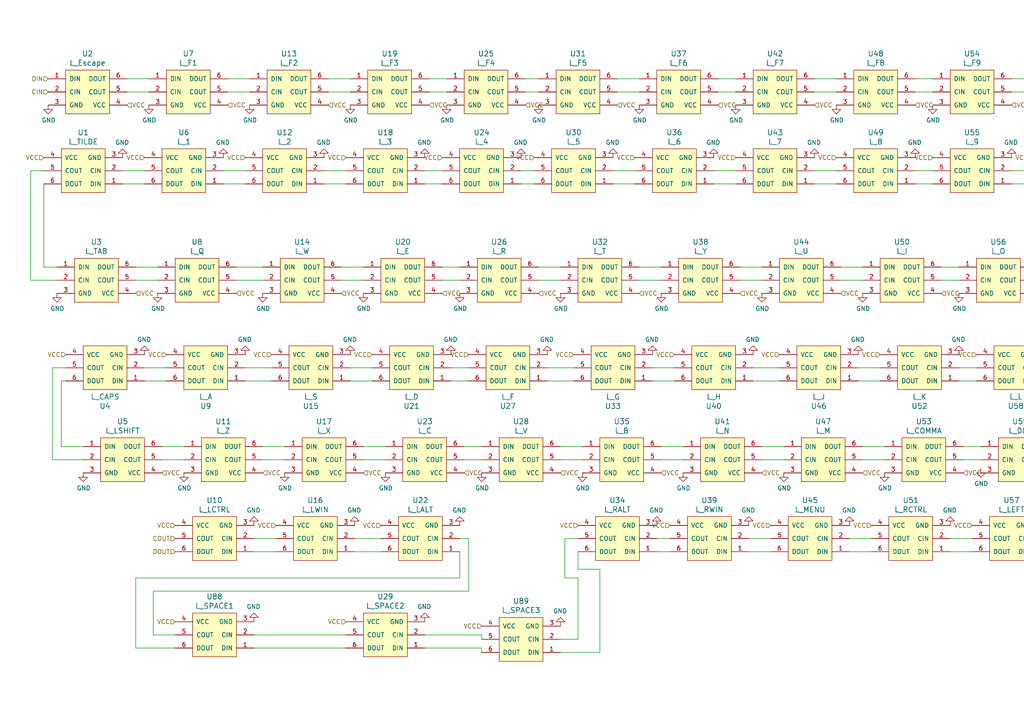
<source format=kicad_sch>
(kicad_sch (version 20230121) (generator eeschema)
  (paper "A4")
  (wire (pts (xy 123.19 184.15) (xy 139.7 184.15)))
  (wire (pts (xy 95.25 22.86) (xy 101.6 22.86)))
  (wire (pts (xy 279.4 129.54) (xy 284.48 129.54)))
  (wire (pts (xy 236.22 49.53) (xy 242.57 49.53)))
  (wire (pts (xy 448.31 81.28) (xy 453.39 81.28)))
  (wire (pts (xy 515.62 81.28) (xy 515.62 106.68)))
  (wire (pts (xy 48.26 110.49) (xy 41.91 110.49)))
  (wire (pts (xy 162.56 189.23) (xy 173.99 189.23)))
  (wire (pts (xy 135.89 106.68) (xy 130.81 106.68)))
  (wire (pts (xy 156.21 77.47) (xy 162.56 77.47)))
  (wire (pts (xy 166.37 110.49) (xy 158.75 110.49)))
  (wire (pts (xy 327.66 77.47) (xy 337.82 77.47)))
  (wire (pts (xy 194.31 156.21) (xy 190.5 156.21)))
  (wire (pts (xy 110.49 160.02) (xy 102.87 160.02)))
  (wire (pts (xy 214.63 81.28) (xy 220.98 81.28)))
  (wire (pts (xy 328.93 53.34) (xy 322.58 53.34)))
  (wire (pts (xy 497.84 49.53) (xy 490.22 49.53)))
  (wire (pts (xy 448.31 77.47) (xy 453.39 77.47)))
  (wire (pts (xy 105.41 133.35) (xy 111.76 133.35)))
  (wire (pts (xy 195.58 110.49) (xy 189.23 110.49)))
  (wire (pts (xy 135.89 156.21) (xy 135.89 171.45)))
  (wire (pts (xy 128.27 77.47) (xy 133.35 77.47)))
  (wire (pts (xy 124.46 22.86) (xy 129.54 22.86)))
  (wire (pts (xy 105.41 129.54) (xy 111.76 129.54)))
  (wire (pts (xy 438.15 49.53) (xy 441.96 49.53)))
  (wire (pts (xy 309.88 156.21) (xy 304.8 156.21)))
  (wire (pts (xy 322.58 49.53) (xy 328.93 49.53)))
  (wire (pts (xy 128.27 81.28) (xy 133.35 81.28)))
  (wire (pts (xy 391.16 133.35) (xy 400.05 133.35)))
  (wire (pts (xy 515.62 106.68) (xy 393.7 106.68)))
  (wire (pts (xy 123.19 187.96) (xy 139.7 187.96)))
  (wire (pts (xy 226.06 110.49) (xy 218.44 110.49)))
  (wire (pts (xy 309.88 160.02) (xy 304.8 160.02)))
  (wire (pts (xy 299.72 53.34) (xy 293.37 53.34)))
  (wire (pts (xy 191.77 129.54) (xy 198.12 129.54)))
  (wire (pts (xy 78.74 106.68) (xy 71.12 106.68)))
  (wire (pts (xy 123.19 49.53) (xy 128.27 49.53)))
  (wire (pts (xy 293.37 26.67) (xy 300.99 26.67)))
  (wire (pts (xy 15.24 106.68) (xy 15.24 133.35)))
  (wire (pts (xy 476.25 77.47) (xy 480.06 77.47)))
  (wire (pts (xy 19.05 106.68) (xy 15.24 106.68)))
  (wire (pts (xy 403.86 160.02) (xy 360.68 160.02)))
  (wire (pts (xy 388.62 77.47) (xy 396.24 77.47)))
  (wire (pts (xy 179.07 22.86) (xy 185.42 22.86)))
  (wire (pts (xy 17.78 129.54) (xy 24.13 129.54)))
  (wire (pts (xy 95.25 26.67) (xy 101.6 26.67)))
  (wire (pts (xy 337.82 160.02) (xy 332.74 160.02)))
  (wire (pts (xy 191.77 133.35) (xy 198.12 133.35)))
  (wire (pts (xy 36.83 26.67) (xy 43.18 26.67)))
  (wire (pts (xy 279.4 133.35) (xy 284.48 133.35)))
  (wire (pts (xy 139.7 184.15) (xy 139.7 185.42)))
  (wire (pts (xy 208.28 22.86) (xy 213.36 22.86)))
  (wire (pts (xy 443.23 26.67) (xy 447.04 26.67)))
  (wire (pts (xy 39.37 187.96) (xy 50.8 187.96)))
  (wire (pts (xy 134.62 133.35) (xy 139.7 133.35)))
  (wire (pts (xy 152.4 26.67) (xy 156.21 26.67)))
  (wire (pts (xy 135.89 110.49) (xy 130.81 110.49)))
  (wire (pts (xy 66.04 26.67) (xy 72.39 26.67)))
  (wire (pts (xy 400.05 156.21) (xy 360.68 156.21)))
  (wire (pts (xy 36.83 22.86) (xy 43.18 22.86)))
  (wire (pts (xy 388.62 81.28) (xy 396.24 81.28)))
  (wire (pts (xy 167.64 185.42) (xy 162.56 185.42)))
  (wire (pts (xy 166.37 106.68) (xy 158.75 106.68)))
  (wire (pts (xy 163.83 167.64) (xy 163.83 156.21)))
  (wire (pts (xy 355.6 22.86) (xy 363.22 22.86)))
  (wire (pts (xy 334.01 129.54) (xy 340.36 129.54)))
  (wire (pts (xy 156.21 81.28) (xy 162.56 81.28)))
  (wire (pts (xy 323.85 26.67) (xy 332.74 26.67)))
  (wire (pts (xy 381 49.53) (xy 387.35 49.53)))
  (wire (pts (xy 194.31 160.02) (xy 190.5 160.02)))
  (wire (pts (xy 134.62 129.54) (xy 139.7 129.54)))
  (wire (pts (xy 236.22 22.86) (xy 242.57 22.86)))
  (wire (pts (xy 273.05 77.47) (xy 278.13 77.47)))
  (wire (pts (xy 341.63 110.49) (xy 335.28 110.49)))
  (wire (pts (xy 48.26 106.68) (xy 41.91 106.68)))
  (wire (pts (xy 173.99 165.1) (xy 167.64 165.1)))
  (wire (pts (xy 19.05 110.49) (xy 17.78 110.49)))
  (wire (pts (xy 370.84 106.68) (xy 364.49 106.68)))
  (wire (pts (xy 73.66 184.15) (xy 100.33 184.15)))
  (wire (pts (xy 242.57 53.34) (xy 236.22 53.34)))
  (wire (pts (xy 243.84 81.28) (xy 250.19 81.28)))
  (wire (pts (xy 162.56 129.54) (xy 168.91 129.54)))
  (wire (pts (xy 76.2 129.54) (xy 82.55 129.54)))
  (wire (pts (xy 281.94 156.21) (xy 275.59 156.21)))
  (wire (pts (xy 307.34 133.35) (xy 311.15 133.35)))
  (wire (pts (xy 135.89 171.45) (xy 44.45 171.45)))
  (wire (pts (xy 41.91 53.34) (xy 35.56 53.34)))
  (wire (pts (xy 226.06 106.68) (xy 218.44 106.68)))
  (wire (pts (xy 93.98 49.53) (xy 100.33 49.53)))
  (wire (pts (xy 107.95 106.68) (xy 101.6 106.68)))
  (wire (pts (xy 387.35 53.34) (xy 381 53.34)))
  (wire (pts (xy 265.43 49.53) (xy 270.51 49.53)))
  (wire (pts (xy 68.58 77.47) (xy 76.2 77.47)))
  (wire (pts (xy 252.73 156.21) (xy 246.38 156.21)))
  (wire (pts (xy 167.64 185.42) (xy 167.64 167.64)))
  (wire (pts (xy 283.21 110.49) (xy 278.13 110.49)))
  (wire (pts (xy 250.19 133.35) (xy 256.54 133.35)))
  (wire (pts (xy 265.43 26.67) (xy 270.51 26.67)))
  (wire (pts (xy 312.42 110.49) (xy 306.07 110.49)))
  (wire (pts (xy 12.7 49.53) (xy 8.89 49.53)))
  (wire (pts (xy 39.37 167.64) (xy 39.37 187.96)))
  (wire (pts (xy 363.22 129.54) (xy 368.3 129.54)))
  (wire (pts (xy 360.68 81.28) (xy 365.76 81.28)))
  (wire (pts (xy 68.58 81.28) (xy 76.2 81.28)))
  (wire (pts (xy 265.43 22.86) (xy 270.51 22.86)))
  (wire (pts (xy 107.95 110.49) (xy 101.6 110.49)))
  (wire (pts (xy 293.37 22.86) (xy 300.99 22.86)))
  (wire (pts (xy 8.89 49.53) (xy 8.89 81.28)))
  (wire (pts (xy 8.89 81.28) (xy 16.51 81.28)))
  (wire (pts (xy 497.84 26.67) (xy 497.84 49.53)))
  (wire (pts (xy 391.16 129.54) (xy 403.86 129.54)))
  (wire (pts (xy 179.07 26.67) (xy 185.42 26.67)))
  (wire (pts (xy 46.99 133.35) (xy 53.34 133.35)))
  (wire (pts (xy 110.49 156.21) (xy 102.87 156.21)))
  (wire (pts (xy 76.2 133.35) (xy 82.55 133.35)))
  (wire (pts (xy 386.08 22.86) (xy 392.43 22.86)))
  (wire (pts (xy 80.01 160.02) (xy 73.66 160.02)))
  (wire (pts (xy 73.66 187.96) (xy 100.33 187.96)))
  (wire (pts (xy 12.7 53.34) (xy 12.7 77.47)))
  (wire (pts (xy 415.29 22.86) (xy 420.37 22.86)))
  (wire (pts (xy 177.8 49.53) (xy 184.15 49.53)))
  (wire (pts (xy 167.64 165.1) (xy 167.64 160.02)))
  (wire (pts (xy 99.06 81.28) (xy 105.41 81.28)))
  (wire (pts (xy 273.05 81.28) (xy 278.13 81.28)))
  (wire (pts (xy 39.37 81.28) (xy 45.72 81.28)))
  (wire (pts (xy 400.05 133.35) (xy 400.05 156.21)))
  (wire (pts (xy 300.99 77.47) (xy 304.8 77.47)))
  (wire (pts (xy 410.21 49.53) (xy 415.29 49.53)))
  (wire (pts (xy 185.42 81.28) (xy 191.77 81.28)))
  (wire (pts (xy 152.4 22.86) (xy 156.21 22.86)))
  (wire (pts (xy 469.9 26.67) (xy 497.84 26.67)))
  (wire (pts (xy 300.99 81.28) (xy 304.8 81.28)))
  (wire (pts (xy 128.27 53.34) (xy 123.19 53.34)))
  (wire (pts (xy 419.1 77.47) (xy 425.45 77.47)))
  (wire (pts (xy 46.99 129.54) (xy 53.34 129.54)))
  (wire (pts (xy 44.45 184.15) (xy 50.8 184.15)))
  (wire (pts (xy 44.45 171.45) (xy 44.45 184.15)))
  (wire (pts (xy 207.01 49.53) (xy 213.36 49.53)))
  (wire (pts (xy 99.06 77.47) (xy 105.41 77.47)))
  (wire (pts (xy 464.82 49.53) (xy 467.36 49.53)))
  (wire (pts (xy 337.82 156.21) (xy 332.74 156.21)))
  (wire (pts (xy 501.65 53.34) (xy 490.22 53.34)))
  (wire (pts (xy 223.52 160.02) (xy 217.17 160.02)))
  (wire (pts (xy 520.7 110.49) (xy 393.7 110.49)))
  (wire (pts (xy 236.22 26.67) (xy 242.57 26.67)))
  (wire (pts (xy 220.98 129.54) (xy 227.33 129.54)))
  (wire (pts (xy 360.68 77.47) (xy 365.76 77.47)))
  (wire (pts (xy 441.96 53.34) (xy 438.15 53.34)))
  (wire (pts (xy 323.85 22.86) (xy 332.74 22.86)))
  (wire (pts (xy 270.51 53.34) (xy 265.43 53.34)))
  (wire (pts (xy 64.77 49.53) (xy 71.12 49.53)))
  (wire (pts (xy 208.28 26.67) (xy 213.36 26.67)))
  (wire (pts (xy 363.22 133.35) (xy 368.3 133.35)))
  (wire (pts (xy 35.56 49.53) (xy 41.91 49.53)))
  (wire (pts (xy 223.52 156.21) (xy 217.17 156.21)))
  (wire (pts (xy 167.64 167.64) (xy 163.83 167.64)))
  (wire (pts (xy 476.25 81.28) (xy 480.06 81.28)))
  (wire (pts (xy 163.83 156.21) (xy 167.64 156.21)))
  (wire (pts (xy 467.36 53.34) (xy 464.82 53.34)))
  (wire (pts (xy 17.78 110.49) (xy 17.78 129.54)))
  (wire (pts (xy 307.34 129.54) (xy 311.15 129.54)))
  (wire (pts (xy 220.98 133.35) (xy 227.33 133.35)))
  (wire (pts (xy 520.7 77.47) (xy 520.7 110.49)))
  (wire (pts (xy 252.73 160.02) (xy 246.38 160.02)))
  (wire (pts (xy 133.35 167.64) (xy 39.37 167.64)))
  (wire (pts (xy 78.74 110.49) (xy 71.12 110.49)))
  (wire (pts (xy 370.84 110.49) (xy 364.49 110.49)))
  (wire (pts (xy 124.46 26.67) (xy 129.54 26.67)))
  (wire (pts (xy 80.01 156.21) (xy 73.66 156.21)))
  (wire (pts (xy 243.84 77.47) (xy 250.19 77.47)))
  (wire (pts (xy 39.37 77.47) (xy 45.72 77.47)))
  (wire (pts (xy 66.04 22.86) (xy 72.39 22.86)))
  (wire (pts (xy 281.94 160.02) (xy 275.59 160.02)))
  (wire (pts (xy 15.24 133.35) (xy 24.13 133.35)))
  (wire (pts (xy 213.36 53.34) (xy 207.01 53.34)))
  (wire (pts (xy 501.65 22.86) (xy 501.65 53.34)))
  (wire (pts (xy 162.56 133.35) (xy 168.91 133.35)))
  (wire (pts (xy 151.13 49.53) (xy 154.94 49.53)))
  (wire (pts (xy 255.27 110.49) (xy 248.92 110.49)))
  (wire (pts (xy 173.99 189.23) (xy 173.99 165.1)))
  (wire (pts (xy 293.37 49.53) (xy 299.72 49.53)))
  (wire (pts (xy 502.92 81.28) (xy 515.62 81.28)))
  (wire (pts (xy 355.6 26.67) (xy 363.22 26.67)))
  (wire (pts (xy 502.92 77.47) (xy 520.7 77.47)))
  (wire (pts (xy 195.58 106.68) (xy 189.23 106.68)))
  (wire (pts (xy 184.15 53.34) (xy 177.8 53.34)))
  (wire (pts (xy 250.19 129.54) (xy 256.54 129.54)))
  (wire (pts (xy 443.23 22.86) (xy 447.04 22.86)))
  (wire (pts (xy 312.42 106.68) (xy 306.07 106.68)))
  (wire (pts (xy 283.21 106.68) (xy 278.13 106.68)))
  (wire (pts (xy 469.9 22.86) (xy 501.65 22.86)))
  (wire (pts (xy 185.42 77.47) (xy 191.77 77.47)))
  (wire (pts (xy 351.79 49.53) (xy 358.14 49.53)))
  (wire (pts (xy 214.63 77.47) (xy 220.98 77.47)))
  (wire (pts (xy 386.08 26.67) (xy 392.43 26.67)))
  (wire (pts (xy 12.7 77.47) (xy 16.51 77.47)))
  (wire (pts (xy 255.27 106.68) (xy 248.92 106.68)))
  (wire (pts (xy 403.86 129.54) (xy 403.86 160.02)))
  (wire (pts (xy 334.01 133.35) (xy 340.36 133.35)))
  (wire (pts (xy 133.35 160.02) (xy 133.35 167.64)))
  (wire (pts (xy 71.12 53.34) (xy 64.77 53.34)))
  (wire (pts (xy 415.29 53.34) (xy 410.21 53.34)))
  (wire (pts (xy 341.63 106.68) (xy 335.28 106.68)))
  (wire (pts (xy 133.35 156.21) (xy 135.89 156.21)))
  (wire (pts (xy 415.29 26.67) (xy 420.37 26.67)))
  (wire (pts (xy 327.66 81.28) (xy 337.82 81.28)))
  (wire (pts (xy 358.14 53.34) (xy 351.79 53.34)))
  (wire (pts (xy 419.1 81.28) (xy 425.45 81.28)))
  (wire (pts (xy 100.33 53.34) (xy 93.98 53.34)))
  (wire (pts (xy 139.7 187.96) (xy 139.7 189.23)))
  (wire (pts (xy 154.94 53.34) (xy 151.13 53.34)))
  (hierarchical_label "VCC" (shape input) (at 124.46 30.48 0))
  (hierarchical_label "VCC" (shape input) (at 48.26 102.87 180))
  (hierarchical_label "VCC" (shape input) (at 327.66 85.09 0))
  (hierarchical_label "VCC" (shape input) (at 50.8 152.4 180))
  (hierarchical_label "VCC" (shape input) (at 387.35 45.72 180))
  (hierarchical_label "DIN" (shape input) (at 13.97 22.86 180))
  (hierarchical_label "VCC" (shape input) (at 208.28 30.48 0))
  (hierarchical_label "VCC" (shape input) (at 46.99 137.16 0))
  (hierarchical_label "VCC" (shape input) (at 476.25 85.09 0))
  (hierarchical_label "VCC" (shape input) (at 162.56 137.16 0))
  (hierarchical_label "VCC" (shape input) (at 68.58 85.09 0))
  (hierarchical_label "VCC" (shape input) (at 226.06 102.87 180))
  (hierarchical_label "COUT" (shape input) (at 50.8 156.21 180))
  (hierarchical_label "VCC" (shape input) (at 36.83 30.48 0))
  (hierarchical_label "VCC" (shape input) (at 441.96 45.72 180))
  (hierarchical_label "VCC" (shape input) (at 312.42 102.87 180))
  (hierarchical_label "VCC" (shape input) (at 360.68 85.09 0))
  (hierarchical_label "VCC" (shape input) (at 213.36 45.72 180))
  (hierarchical_label "VCC" (shape input) (at 100.33 180.34 180))
  (hierarchical_label "VCC" (shape input) (at 184.15 45.72 180))
  (hierarchical_label "VCC" (shape input) (at 323.85 30.48 0))
  (hierarchical_label "VCC" (shape input) (at 283.21 102.87 180))
  (hierarchical_label "DOUT" (shape input) (at 50.8 160.02 180))
  (hierarchical_label "VCC" (shape input) (at 39.37 85.09 0))
  (hierarchical_label "VCC" (shape input) (at 134.62 137.16 0))
  (hierarchical_label "VCC" (shape input) (at 100.33 45.72 180))
  (hierarchical_label "VCC" (shape input) (at 95.25 30.48 0))
  (hierarchical_label "VCC" (shape input) (at 252.73 152.4 180))
  (hierarchical_label "VCC" (shape input) (at 273.05 85.09 0))
  (hierarchical_label "VCC" (shape input) (at 78.74 102.87 180))
  (hierarchical_label "VCC" (shape input) (at 242.57 45.72 180))
  (hierarchical_label "VCC" (shape input) (at 194.31 152.4 180))
  (hierarchical_label "VCC" (shape input) (at 355.6 30.48 0))
  (hierarchical_label "VCC" (shape input) (at 154.94 45.72 180))
  (hierarchical_label "VCC" (shape input) (at 220.98 137.16 0))
  (hierarchical_label "VCC" (shape input) (at 128.27 85.09 0))
  (hierarchical_label "VCC" (shape input) (at 152.4 30.48 0))
  (hierarchical_label "VCC" (shape input) (at 265.43 30.48 0))
  (hierarchical_label "VCC" (shape input) (at 139.7 181.61 180))
  (hierarchical_label "VCC" (shape input) (at 341.63 102.87 180))
  (hierarchical_label "VCC" (shape input) (at 185.42 85.09 0))
  (hierarchical_label "VCC" (shape input) (at 281.94 152.4 180))
  (hierarchical_label "VCC" (shape input) (at 71.12 45.72 180))
  (hierarchical_label "VCC" (shape input) (at 41.91 45.72 180))
  (hierarchical_label "VCC" (shape input) (at 443.23 30.48 0))
  (hierarchical_label "VCC" (shape input) (at 255.27 102.87 180))
  (hierarchical_label "VCC" (shape input) (at 236.22 30.48 0))
  (hierarchical_label "VCC" (shape input) (at 76.2 137.16 0))
  (hierarchical_label "VCC" (shape input) (at 299.72 45.72 180))
  (hierarchical_label "VCC" (shape input) (at 166.37 102.87 180))
  (hierarchical_label "VCC" (shape input) (at 110.49 152.4 180))
  (hierarchical_label "VCC" (shape input) (at 370.84 102.87 180))
  (hierarchical_label "VCC" (shape input) (at 243.84 85.09 0))
  (hierarchical_label "VCC" (shape input) (at 270.51 45.72 180))
  (hierarchical_label "VCC" (shape input) (at 469.9 30.48 0))
  (hierarchical_label "VCC" (shape input) (at 391.16 137.16 0))
  (hierarchical_label "VCC" (shape input) (at 300.99 85.09 0))
  (hierarchical_label "VCC" (shape input) (at 358.14 45.72 180))
  (hierarchical_label "VCC" (shape input) (at 66.04 30.48 0))
  (hierarchical_label "VCC" (shape input) (at 167.64 152.4 180))
  (hierarchical_label "VCC" (shape input) (at 307.34 137.16 0))
  (hierarchical_label "VCC" (shape input) (at 135.89 102.87 180))
  (hierarchical_label "VCC" (shape input) (at 128.27 45.72 180))
  (hierarchical_label "VCC" (shape input) (at 105.41 137.16 0))
  (hierarchical_label "VCC" (shape input) (at 19.05 102.87 180))
  (hierarchical_label "VCC" (shape input) (at 80.01 152.4 180))
  (hierarchical_label "VCC" (shape input) (at 388.62 85.09 0))
  (hierarchical_label "VCC" (shape input) (at 223.52 152.4 180))
  (hierarchical_label "VCC" (shape input) (at 99.06 85.09 0))
  (hierarchical_label "VCC" (shape input) (at 195.58 102.87 180))
  (hierarchical_label "VCC" (shape input) (at 107.95 102.87 180))
  (hierarchical_label "VCC" (shape input) (at 415.29 45.72 180))
  (hierarchical_label "VCC" (shape input) (at 309.88 152.4 180))
  (hierarchical_label "VCC" (shape input) (at 293.37 30.48 0))
  (hierarchical_label "VCC" (shape input) (at 191.77 137.16 0))
  (hierarchical_label "VCC" (shape input) (at 448.31 85.09 0))
  (hierarchical_label "VCC" (shape input) (at 12.7 45.72 180))
  (hierarchical_label "VCC" (shape input) (at 279.4 137.16 0))
  (hierarchical_label "VCC" (shape input) (at 502.92 85.09 0))
  (hierarchical_label "VCC" (shape input) (at 328.93 45.72 180))
  (hierarchical_label "CIN" (shape input) (at 13.97 26.67 180))
  (hierarchical_label "VCC" (shape input) (at 337.82 152.4 180))
  (hierarchical_label "VCC" (shape input) (at 415.29 30.48 0))
  (hierarchical_label "VCC" (shape input) (at 179.07 30.48 0))
  (hierarchical_label "VCC" (shape input) (at 156.21 85.09 0))
  (hierarchical_label "VCC" (shape input) (at 214.63 85.09 0))
  (hierarchical_label "VCC" (shape input) (at 363.22 137.16 0))
  (hierarchical_label "VCC" (shape input) (at 419.1 85.09 0))
  (hierarchical_label "VCC" (shape input) (at 386.08 30.48 0))
  (hierarchical_label "VCC" (shape input) (at 250.19 137.16 0))
  (hierarchical_label "VCC" (shape input) (at 467.36 45.72 180))
  (hierarchical_label "VCC" (shape input) (at 50.8 180.34 180))
  (hierarchical_label "VCC" (shape input) (at 334.01 137.16 0))
  (symbol (lib_id "TKL-rescue:APA102-crump") (at 25.4 26.67 0) (unit 1)
    (property "Reference" "U2" (at 25.4 15.5702 0) (effects (font (size 1.524 1.524))))
    (property "Value" "L_Escape" (at 25.4 18.2626 0) (effects (font (size 1.524 1.524))))
    (property "Footprint" "crump:APA102" (effects hide))
  )
  (symbol (lib_id "TKL-rescue:APA102-crump") (at 54.61 26.67 0) (unit 1)
    (property "Reference" "U7" (at 54.61 15.5702 0) (effects (font (size 1.524 1.524))))
    (property "Value" "L_F1" (at 54.61 18.2626 0) (effects (font (size 1.524 1.524))))
    (property "Footprint" "crump:APA102" (effects hide))
  )
  (symbol (lib_id "TKL-rescue:APA102-crump") (at 83.82 26.67 0) (unit 1)
    (property "Reference" "U13" (at 83.82 15.5702 0) (effects (font (size 1.524 1.524))))
    (property "Value" "L_F2" (at 83.82 18.2626 0) (effects (font (size 1.524 1.524))))
    (property "Footprint" "crump:APA102" (effects hide))
  )
  (symbol (lib_id "TKL-rescue:APA102-crump") (at 113.03 26.67 0) (unit 1)
    (property "Reference" "U19" (at 113.03 15.5702 0) (effects (font (size 1.524 1.524))))
    (property "Value" "L_F3" (at 113.03 18.2626 0) (effects (font (size 1.524 1.524))))
    (property "Footprint" "crump:APA102" (effects hide))
  )
  (symbol (lib_id "TKL-rescue:APA102-crump") (at 140.97 26.67 0) (unit 1)
    (property "Reference" "U25" (at 140.97 15.5702 0) (effects (font (size 1.524 1.524))))
    (property "Value" "L_F4" (at 140.97 18.2626 0) (effects (font (size 1.524 1.524))))
    (property "Footprint" "crump:APA102" (effects hide))
  )
  (symbol (lib_id "TKL-rescue:APA102-crump") (at 24.13 49.53 180) (unit 1)
    (property "Reference" "U1" (at 24.13 38.4302 0) (effects (font (size 1.524 1.524))))
    (property "Value" "L_TILDE" (at 24.13 41.1226 0) (effects (font (size 1.524 1.524))))
    (property "Footprint" "crump:APA102" (effects hide))
  )
  (symbol (lib_id "TKL-rescue:APA102-crump") (at 53.34 49.53 180) (unit 1)
    (property "Reference" "U6" (at 53.34 38.4302 0) (effects (font (size 1.524 1.524))))
    (property "Value" "L_1" (at 53.34 41.1226 0) (effects (font (size 1.524 1.524))))
    (property "Footprint" "crump:APA102" (effects hide))
  )
  (symbol (lib_id "TKL-rescue:APA102-crump") (at 82.55 49.53 180) (unit 1)
    (property "Reference" "U12" (at 82.55 38.4302 0) (effects (font (size 1.524 1.524))))
    (property "Value" "L_2" (at 82.55 41.1226 0) (effects (font (size 1.524 1.524))))
    (property "Footprint" "crump:APA102" (effects hide))
  )
  (symbol (lib_id "TKL-rescue:APA102-crump") (at 111.76 49.53 180) (unit 1)
    (property "Reference" "U18" (at 111.76 38.4302 0) (effects (font (size 1.524 1.524))))
    (property "Value" "L_3" (at 111.76 41.1226 0) (effects (font (size 1.524 1.524))))
    (property "Footprint" "crump:APA102" (effects hide))
  )
  (symbol (lib_id "TKL-rescue:APA102-crump") (at 139.7 49.53 180) (unit 1)
    (property "Reference" "U24" (at 139.7 38.4302 0) (effects (font (size 1.524 1.524))))
    (property "Value" "L_4" (at 139.7 41.1226 0) (effects (font (size 1.524 1.524))))
    (property "Footprint" "crump:APA102" (effects hide))
  )
  (symbol (lib_id "TKL-rescue:APA102-crump") (at 27.94 81.28 0) (unit 1)
    (property "Reference" "U3" (at 27.94 70.1802 0) (effects (font (size 1.524 1.524))))
    (property "Value" "L_TAB" (at 27.94 72.8726 0) (effects (font (size 1.524 1.524))))
    (property "Footprint" "crump:APA102" (effects hide))
  )
  (symbol (lib_id "TKL-rescue:APA102-crump") (at 57.15 81.28 0) (unit 1)
    (property "Reference" "U8" (at 57.15 70.1802 0) (effects (font (size 1.524 1.524))))
    (property "Value" "L_Q" (at 57.15 72.8726 0) (effects (font (size 1.524 1.524))))
    (property "Footprint" "crump:APA102" (effects hide))
  )
  (symbol (lib_id "TKL-rescue:APA102-crump") (at 87.63 81.28 0) (unit 1)
    (property "Reference" "U14" (at 87.63 70.1802 0) (effects (font (size 1.524 1.524))))
    (property "Value" "L_W" (at 87.63 72.8726 0) (effects (font (size 1.524 1.524))))
    (property "Footprint" "crump:APA102" (effects hide))
  )
  (symbol (lib_id "TKL-rescue:APA102-crump") (at 116.84 81.28 0) (unit 1)
    (property "Reference" "U20" (at 116.84 70.1802 0) (effects (font (size 1.524 1.524))))
    (property "Value" "L_E" (at 116.84 72.8726 0) (effects (font (size 1.524 1.524))))
    (property "Footprint" "crump:APA102" (effects hide))
  )
  (symbol (lib_id "TKL-rescue:APA102-crump") (at 144.78 81.28 0) (unit 1)
    (property "Reference" "U26" (at 144.78 70.1802 0) (effects (font (size 1.524 1.524))))
    (property "Value" "L_R" (at 144.78 72.8726 0) (effects (font (size 1.524 1.524))))
    (property "Footprint" "crump:APA102" (effects hide))
  )
  (symbol (lib_id "TKL-rescue:APA102-crump") (at 30.48 106.68 180) (unit 1)
    (property "Reference" "U4" (at 30.48 117.7798 0) (effects (font (size 1.524 1.524))))
    (property "Value" "L_CAPS" (at 30.48 115.0874 0) (effects (font (size 1.524 1.524))))
    (property "Footprint" "crump:APA102" (effects hide))
  )
  (symbol (lib_id "TKL-rescue:APA102-crump") (at 59.69 106.68 180) (unit 1)
    (property "Reference" "U9" (at 59.69 117.7798 0) (effects (font (size 1.524 1.524))))
    (property "Value" "L_A" (at 59.69 115.0874 0) (effects (font (size 1.524 1.524))))
    (property "Footprint" "crump:APA102" (effects hide))
  )
  (symbol (lib_id "TKL-rescue:APA102-crump") (at 90.17 106.68 180) (unit 1)
    (property "Reference" "U15" (at 90.17 117.7798 0) (effects (font (size 1.524 1.524))))
    (property "Value" "L_S" (at 90.17 115.0874 0) (effects (font (size 1.524 1.524))))
    (property "Footprint" "crump:APA102" (effects hide))
  )
  (symbol (lib_id "TKL-rescue:APA102-crump") (at 119.38 106.68 180) (unit 1)
    (property "Reference" "U21" (at 119.38 117.7798 0) (effects (font (size 1.524 1.524))))
    (property "Value" "L_D" (at 119.38 115.0874 0) (effects (font (size 1.524 1.524))))
    (property "Footprint" "crump:APA102" (effects hide))
  )
  (symbol (lib_id "TKL-rescue:APA102-crump") (at 147.32 106.68 180) (unit 1)
    (property "Reference" "U27" (at 147.32 117.7798 0) (effects (font (size 1.524 1.524))))
    (property "Value" "L_F" (at 147.32 115.0874 0) (effects (font (size 1.524 1.524))))
    (property "Footprint" "crump:APA102" (effects hide))
  )
  (symbol (lib_id "TKL-rescue:APA102-crump") (at 35.56 133.35 0) (unit 1)
    (property "Reference" "U5" (at 35.56 122.2502 0) (effects (font (size 1.524 1.524))))
    (property "Value" "L_LSHIFT" (at 35.56 124.9426 0) (effects (font (size 1.524 1.524))))
    (property "Footprint" "crump:APA102" (effects hide))
  )
  (symbol (lib_id "TKL-rescue:APA102-crump") (at 64.77 133.35 0) (unit 1)
    (property "Reference" "U11" (at 64.77 122.2502 0) (effects (font (size 1.524 1.524))))
    (property "Value" "L_Z" (at 64.77 124.9426 0) (effects (font (size 1.524 1.524))))
    (property "Footprint" "crump:APA102" (effects hide))
  )
  (symbol (lib_id "TKL-rescue:APA102-crump") (at 93.98 133.35 0) (unit 1)
    (property "Reference" "U17" (at 93.98 122.2502 0) (effects (font (size 1.524 1.524))))
    (property "Value" "L_X" (at 93.98 124.9426 0) (effects (font (size 1.524 1.524))))
    (property "Footprint" "crump:APA102" (effects hide))
  )
  (symbol (lib_id "TKL-rescue:APA102-crump") (at 123.19 133.35 0) (unit 1)
    (property "Reference" "U23" (at 123.19 122.2502 0) (effects (font (size 1.524 1.524))))
    (property "Value" "L_C" (at 123.19 124.9426 0) (effects (font (size 1.524 1.524))))
    (property "Footprint" "crump:APA102" (effects hide))
  )
  (symbol (lib_id "TKL-rescue:APA102-crump") (at 151.13 133.35 0) (unit 1)
    (property "Reference" "U28" (at 151.13 122.2502 0) (effects (font (size 1.524 1.524))))
    (property "Value" "L_V" (at 151.13 124.9426 0) (effects (font (size 1.524 1.524))))
    (property "Footprint" "crump:APA102" (effects hide))
  )
  (symbol (lib_id "TKL-rescue:APA102-crump") (at 62.23 156.21 180) (unit 1)
    (property "Reference" "U10" (at 62.23 145.1102 0) (effects (font (size 1.524 1.524))))
    (property "Value" "L_LCTRL" (at 62.23 147.8026 0) (effects (font (size 1.524 1.524))))
    (property "Footprint" "crump:APA102" (effects hide))
  )
  (symbol (lib_id "TKL-rescue:APA102-crump") (at 91.44 156.21 180) (unit 1)
    (property "Reference" "U16" (at 91.44 145.1102 0) (effects (font (size 1.524 1.524))))
    (property "Value" "L_LWIN" (at 91.44 147.8026 0) (effects (font (size 1.524 1.524))))
    (property "Footprint" "crump:APA102" (effects hide))
  )
  (symbol (lib_id "TKL-rescue:APA102-crump") (at 121.92 156.21 180) (unit 1)
    (property "Reference" "U22" (at 121.92 145.1102 0) (effects (font (size 1.524 1.524))))
    (property "Value" "L_LALT" (at 121.92 147.8026 0) (effects (font (size 1.524 1.524))))
    (property "Footprint" "crump:APA102" (effects hide))
  )
  (symbol (lib_id "TKL-rescue:APA102-crump") (at 111.76 184.15 180) (unit 1)
    (property "Reference" "U29" (at 111.76 173.0502 0) (effects (font (size 1.524 1.524))))
    (property "Value" "L_SPACE2" (at 111.76 175.7426 0) (effects (font (size 1.524 1.524))))
    (property "Footprint" "crump:APA102" (effects hide))
  )
  (symbol (lib_id "TKL-rescue:APA102-crump") (at 179.07 156.21 180) (unit 1)
    (property "Reference" "U34" (at 179.07 145.1102 0) (effects (font (size 1.524 1.524))))
    (property "Value" "L_RALT" (at 179.07 147.8026 0) (effects (font (size 1.524 1.524))))
    (property "Footprint" "crump:APA102" (effects hide))
  )
  (symbol (lib_id "TKL-rescue:APA102-crump") (at 167.64 26.67 0) (unit 1)
    (property "Reference" "U31" (at 167.64 15.5702 0) (effects (font (size 1.524 1.524))))
    (property "Value" "L_F5" (at 167.64 18.2626 0) (effects (font (size 1.524 1.524))))
    (property "Footprint" "crump:APA102" (effects hide))
  )
  (symbol (lib_id "TKL-rescue:APA102-crump") (at 196.85 26.67 0) (unit 1)
    (property "Reference" "U37" (at 196.85 15.5702 0) (effects (font (size 1.524 1.524))))
    (property "Value" "L_F6" (at 196.85 18.2626 0) (effects (font (size 1.524 1.524))))
    (property "Footprint" "crump:APA102" (effects hide))
  )
  (symbol (lib_id "TKL-rescue:APA102-crump") (at 224.79 26.67 0) (unit 1)
    (property "Reference" "U42" (at 224.79 15.5702 0) (effects (font (size 1.524 1.524))))
    (property "Value" "L_F7" (at 224.79 18.2626 0) (effects (font (size 1.524 1.524))))
    (property "Footprint" "crump:APA102" (effects hide))
  )
  (symbol (lib_id "TKL-rescue:APA102-crump") (at 254 26.67 0) (unit 1)
    (property "Reference" "U48" (at 254 15.5702 0) (effects (font (size 1.524 1.524))))
    (property "Value" "L_F8" (at 254 18.2626 0) (effects (font (size 1.524 1.524))))
    (property "Footprint" "crump:APA102" (effects hide))
  )
  (symbol (lib_id "TKL-rescue:APA102-crump") (at 281.94 26.67 0) (unit 1)
    (property "Reference" "U54" (at 281.94 15.5702 0) (effects (font (size 1.524 1.524))))
    (property "Value" "L_F9" (at 281.94 18.2626 0) (effects (font (size 1.524 1.524))))
    (property "Footprint" "crump:APA102" (effects hide))
  )
  (symbol (lib_id "TKL-rescue:APA102-crump") (at 166.37 49.53 180) (unit 1)
    (property "Reference" "U30" (at 166.37 38.4302 0) (effects (font (size 1.524 1.524))))
    (property "Value" "L_5" (at 166.37 41.1226 0) (effects (font (size 1.524 1.524))))
    (property "Footprint" "crump:APA102" (effects hide))
  )
  (symbol (lib_id "TKL-rescue:APA102-crump") (at 195.58 49.53 180) (unit 1)
    (property "Reference" "U36" (at 195.58 38.4302 0) (effects (font (size 1.524 1.524))))
    (property "Value" "L_6" (at 195.58 41.1226 0) (effects (font (size 1.524 1.524))))
    (property "Footprint" "crump:APA102" (effects hide))
  )
  (symbol (lib_id "TKL-rescue:APA102-crump") (at 224.79 49.53 180) (unit 1)
    (property "Reference" "U43" (at 224.79 38.4302 0) (effects (font (size 1.524 1.524))))
    (property "Value" "L_7" (at 224.79 41.1226 0) (effects (font (size 1.524 1.524))))
    (property "Footprint" "crump:APA102" (effects hide))
  )
  (symbol (lib_id "TKL-rescue:APA102-crump") (at 254 49.53 180) (unit 1)
    (property "Reference" "U49" (at 254 38.4302 0) (effects (font (size 1.524 1.524))))
    (property "Value" "L_8" (at 254 41.1226 0) (effects (font (size 1.524 1.524))))
    (property "Footprint" "crump:APA102" (effects hide))
  )
  (symbol (lib_id "TKL-rescue:APA102-crump") (at 281.94 49.53 180) (unit 1)
    (property "Reference" "U55" (at 281.94 38.4302 0) (effects (font (size 1.524 1.524))))
    (property "Value" "L_9" (at 281.94 41.1226 0) (effects (font (size 1.524 1.524))))
    (property "Footprint" "crump:APA102" (effects hide))
  )
  (symbol (lib_id "TKL-rescue:APA102-crump") (at 173.99 81.28 0) (unit 1)
    (property "Reference" "U32" (at 173.99 70.1802 0) (effects (font (size 1.524 1.524))))
    (property "Value" "L_T" (at 173.99 72.8726 0) (effects (font (size 1.524 1.524))))
    (property "Footprint" "crump:APA102" (effects hide))
  )
  (symbol (lib_id "TKL-rescue:APA102-crump") (at 203.2 81.28 0) (unit 1)
    (property "Reference" "U38" (at 203.2 70.1802 0) (effects (font (size 1.524 1.524))))
    (property "Value" "L_Y" (at 203.2 72.8726 0) (effects (font (size 1.524 1.524))))
    (property "Footprint" "crump:APA102" (effects hide))
  )
  (symbol (lib_id "TKL-rescue:APA102-crump") (at 232.41 81.28 0) (unit 1)
    (property "Reference" "U44" (at 232.41 70.1802 0) (effects (font (size 1.524 1.524))))
    (property "Value" "L_U" (at 232.41 72.8726 0) (effects (font (size 1.524 1.524))))
    (property "Footprint" "crump:APA102" (effects hide))
  )
  (symbol (lib_id "TKL-rescue:APA102-crump") (at 261.62 81.28 0) (unit 1)
    (property "Reference" "U50" (at 261.62 70.1802 0) (effects (font (size 1.524 1.524))))
    (property "Value" "L_I" (at 261.62 72.8726 0) (effects (font (size 1.524 1.524))))
    (property "Footprint" "crump:APA102" (effects hide))
  )
  (symbol (lib_id "TKL-rescue:APA102-crump") (at 289.56 81.28 0) (unit 1)
    (property "Reference" "U56" (at 289.56 70.1802 0) (effects (font (size 1.524 1.524))))
    (property "Value" "L_O" (at 289.56 72.8726 0) (effects (font (size 1.524 1.524))))
    (property "Footprint" "crump:APA102" (effects hide))
  )
  (symbol (lib_id "TKL-rescue:APA102-crump") (at 177.8 106.68 180) (unit 1)
    (property "Reference" "U33" (at 177.8 117.7798 0) (effects (font (size 1.524 1.524))))
    (property "Value" "L_G" (at 177.8 115.0874 0) (effects (font (size 1.524 1.524))))
    (property "Footprint" "crump:APA102" (effects hide))
  )
  (symbol (lib_id "TKL-rescue:APA102-crump") (at 207.01 106.68 180) (unit 1)
    (property "Reference" "U40" (at 207.01 117.7798 0) (effects (font (size 1.524 1.524))))
    (property "Value" "L_H" (at 207.01 115.0874 0) (effects (font (size 1.524 1.524))))
    (property "Footprint" "crump:APA102" (effects hide))
  )
  (symbol (lib_id "TKL-rescue:APA102-crump") (at 237.49 106.68 180) (unit 1)
    (property "Reference" "U46" (at 237.49 117.7798 0) (effects (font (size 1.524 1.524))))
    (property "Value" "L_J" (at 237.49 115.0874 0) (effects (font (size 1.524 1.524))))
    (property "Footprint" "crump:APA102" (effects hide))
  )
  (symbol (lib_id "TKL-rescue:APA102-crump") (at 266.7 106.68 180) (unit 1)
    (property "Reference" "U52" (at 266.7 117.7798 0) (effects (font (size 1.524 1.524))))
    (property "Value" "L_K" (at 266.7 115.0874 0) (effects (font (size 1.524 1.524))))
    (property "Footprint" "crump:APA102" (effects hide))
  )
  (symbol (lib_id "TKL-rescue:APA102-crump") (at 294.64 106.68 180) (unit 1)
    (property "Reference" "U58" (at 294.64 117.7798 0) (effects (font (size 1.524 1.524))))
    (property "Value" "L_L" (at 294.64 115.0874 0) (effects (font (size 1.524 1.524))))
    (property "Footprint" "crump:APA102" (effects hide))
  )
  (symbol (lib_id "TKL-rescue:APA102-crump") (at 180.34 133.35 0) (unit 1)
    (property "Reference" "U35" (at 180.34 122.2502 0) (effects (font (size 1.524 1.524))))
    (property "Value" "L_B" (at 180.34 124.9426 0) (effects (font (size 1.524 1.524))))
    (property "Footprint" "crump:APA102" (effects hide))
  )
  (symbol (lib_id "TKL-rescue:APA102-crump") (at 209.55 133.35 0) (unit 1)
    (property "Reference" "U41" (at 209.55 122.2502 0) (effects (font (size 1.524 1.524))))
    (property "Value" "L_N" (at 209.55 124.9426 0) (effects (font (size 1.524 1.524))))
    (property "Footprint" "crump:APA102" (effects hide))
  )
  (symbol (lib_id "TKL-rescue:APA102-crump") (at 238.76 133.35 0) (unit 1)
    (property "Reference" "U47" (at 238.76 122.2502 0) (effects (font (size 1.524 1.524))))
    (property "Value" "L_M" (at 238.76 124.9426 0) (effects (font (size 1.524 1.524))))
    (property "Footprint" "crump:APA102" (effects hide))
  )
  (symbol (lib_id "TKL-rescue:APA102-crump") (at 267.97 133.35 0) (unit 1)
    (property "Reference" "U53" (at 267.97 122.2502 0) (effects (font (size 1.524 1.524))))
    (property "Value" "L_COMMA" (at 267.97 124.9426 0) (effects (font (size 1.524 1.524))))
    (property "Footprint" "crump:APA102" (effects hide))
  )
  (symbol (lib_id "TKL-rescue:APA102-crump") (at 295.91 133.35 0) (unit 1)
    (property "Reference" "U59" (at 295.91 122.2502 0) (effects (font (size 1.524 1.524))))
    (property "Value" "L_DOT" (at 295.91 124.9426 0) (effects (font (size 1.524 1.524))))
    (property "Footprint" "crump:APA102" (effects hide))
  )
  (symbol (lib_id "TKL-rescue:APA102-crump") (at 205.74 156.21 180) (unit 1)
    (property "Reference" "U39" (at 205.74 145.1102 0) (effects (font (size 1.524 1.524))))
    (property "Value" "L_RWIN" (at 205.74 147.8026 0) (effects (font (size 1.524 1.524))))
    (property "Footprint" "crump:APA102" (effects hide))
  )
  (symbol (lib_id "TKL-rescue:APA102-crump") (at 234.95 156.21 180) (unit 1)
    (property "Reference" "U45" (at 234.95 145.1102 0) (effects (font (size 1.524 1.524))))
    (property "Value" "L_MENU" (at 234.95 147.8026 0) (effects (font (size 1.524 1.524))))
    (property "Footprint" "crump:APA102" (effects hide))
  )
  (symbol (lib_id "TKL-rescue:APA102-crump") (at 264.16 156.21 180) (unit 1)
    (property "Reference" "U51" (at 264.16 145.1102 0) (effects (font (size 1.524 1.524))))
    (property "Value" "L_RCTRL" (at 264.16 147.8026 0) (effects (font (size 1.524 1.524))))
    (property "Footprint" "crump:APA102" (effects hide))
  )
  (symbol (lib_id "TKL-rescue:APA102-crump") (at 293.37 156.21 180) (unit 1)
    (property "Reference" "U57" (at 293.37 145.1102 0) (effects (font (size 1.524 1.524))))
    (property "Value" "L_LEFT" (at 293.37 147.8026 0) (effects (font (size 1.524 1.524))))
    (property "Footprint" "crump:APA102" (effects hide))
  )
  (symbol (lib_id "TKL-rescue:APA102-crump") (at 321.31 156.21 180) (unit 1)
    (property "Reference" "U63" (at 321.31 145.1102 0) (effects (font (size 1.524 1.524))))
    (property "Value" "L_DOWN" (at 321.31 147.8026 0) (effects (font (size 1.524 1.524))))
    (property "Footprint" "crump:APA102" (effects hide))
  )
  (symbol (lib_id "TKL-rescue:APA102-crump") (at 312.42 26.67 0) (unit 1)
    (property "Reference" "U61" (at 312.42 15.5702 0) (effects (font (size 1.524 1.524))))
    (property "Value" "L_F10" (at 312.42 18.2626 0) (effects (font (size 1.524 1.524))))
    (property "Footprint" "crump:APA102" (effects hide))
  )
  (symbol (lib_id "TKL-rescue:APA102-crump") (at 344.17 26.67 0) (unit 1)
    (property "Reference" "U67" (at 344.17 15.5702 0) (effects (font (size 1.524 1.524))))
    (property "Value" "L_F11" (at 344.17 18.2626 0) (effects (font (size 1.524 1.524))))
    (property "Footprint" "crump:APA102" (effects hide))
  )
  (symbol (lib_id "TKL-rescue:APA102-crump") (at 374.65 26.67 0) (unit 1)
    (property "Reference" "U73" (at 374.65 15.5702 0) (effects (font (size 1.524 1.524))))
    (property "Value" "L_F12" (at 374.65 18.2626 0) (effects (font (size 1.524 1.524))))
    (property "Footprint" "crump:APA102" (effects hide))
  )
  (symbol (lib_id "TKL-rescue:APA102-crump") (at 403.86 26.67 0) (unit 1)
    (property "Reference" "U78" (at 403.86 15.5702 0) (effects (font (size 1.524 1.524))))
    (property "Value" "L_PrtSc" (at 403.86 18.2626 0) (effects (font (size 1.524 1.524))))
    (property "Footprint" "crump:APA102" (effects hide))
  )
  (symbol (lib_id "TKL-rescue:APA102-crump") (at 431.8 26.67 0) (unit 1)
    (property "Reference" "U81" (at 431.8 15.5702 0) (effects (font (size 1.524 1.524))))
    (property "Value" "L_ScrlLck" (at 431.8 18.2626 0) (effects (font (size 1.524 1.524))))
    (property "Footprint" "crump:APA102" (effects hide))
  )
  (symbol (lib_id "TKL-rescue:APA102-crump") (at 458.47 26.67 0) (unit 1)
    (property "Reference" "U84" (at 458.47 15.5702 0) (effects (font (size 1.524 1.524))))
    (property "Value" "L_Pause" (at 458.47 18.2626 0) (effects (font (size 1.524 1.524))))
    (property "Footprint" "crump:APA102" (effects hide))
  )
  (symbol (lib_id "TKL-rescue:APA102-crump") (at 311.15 49.53 180) (unit 1)
    (property "Reference" "U60" (at 311.15 38.4302 0) (effects (font (size 1.524 1.524))))
    (property "Value" "L_0" (at 311.15 41.1226 0) (effects (font (size 1.524 1.524))))
    (property "Footprint" "crump:APA102" (effects hide))
  )
  (symbol (lib_id "TKL-rescue:APA102-crump") (at 340.36 49.53 180) (unit 1)
    (property "Reference" "U66" (at 340.36 38.4302 0) (effects (font (size 1.524 1.524))))
    (property "Value" "L_MINUS" (at 340.36 41.1226 0) (effects (font (size 1.524 1.524))))
    (property "Footprint" "crump:APA102" (effects hide))
  )
  (symbol (lib_id "TKL-rescue:APA102-crump") (at 369.57 49.53 180) (unit 1)
    (property "Reference" "U72" (at 369.57 38.4302 0) (effects (font (size 1.524 1.524))))
    (property "Value" "L_PLUS" (at 369.57 41.1226 0) (effects (font (size 1.524 1.524))))
    (property "Footprint" "crump:APA102" (effects hide))
  )
  (symbol (lib_id "TKL-rescue:APA102-crump") (at 398.78 49.53 180) (unit 1)
    (property "Reference" "U77" (at 398.78 38.4302 0) (effects (font (size 1.524 1.524))))
    (property "Value" "L_BACK" (at 398.78 41.1226 0) (effects (font (size 1.524 1.524))))
    (property "Footprint" "crump:APA102" (effects hide))
  )
  (symbol (lib_id "TKL-rescue:APA102-crump") (at 426.72 49.53 180) (unit 1)
    (property "Reference" "U80" (at 426.72 38.4302 0) (effects (font (size 1.524 1.524))))
    (property "Value" "L_INSERT" (at 426.72 41.1226 0) (effects (font (size 1.524 1.524))))
    (property "Footprint" "crump:APA102" (effects hide))
  )
  (symbol (lib_id "TKL-rescue:APA102-crump") (at 453.39 49.53 180) (unit 1)
    (property "Reference" "U83" (at 453.39 38.4302 0) (effects (font (size 1.524 1.524))))
    (property "Value" "L_HOME" (at 453.39 41.1226 0) (effects (font (size 1.524 1.524))))
    (property "Footprint" "crump:APA102" (effects hide))
  )
  (symbol (lib_id "TKL-rescue:APA102-crump") (at 478.79 49.53 180) (unit 1)
    (property "Reference" "U86" (at 478.79 38.4302 0) (effects (font (size 1.524 1.524))))
    (property "Value" "L_PgUp" (at 478.79 41.1226 0) (effects (font (size 1.524 1.524))))
    (property "Footprint" "crump:APA102" (effects hide))
  )
  (symbol (lib_id "TKL-rescue:APA102-crump") (at 316.23 81.28 0) (unit 1)
    (property "Reference" "U62" (at 316.23 70.1802 0) (effects (font (size 1.524 1.524))))
    (property "Value" "L_P" (at 316.23 72.8726 0) (effects (font (size 1.524 1.524))))
    (property "Footprint" "crump:APA102" (effects hide))
  )
  (symbol (lib_id "TKL-rescue:APA102-crump") (at 349.25 81.28 0) (unit 1)
    (property "Reference" "U68" (at 349.25 70.1802 0) (effects (font (size 1.524 1.524))))
    (property "Value" "L_BRACEL" (at 349.25 72.8726 0) (effects (font (size 1.524 1.524))))
    (property "Footprint" "crump:APA102" (effects hide))
  )
  (symbol (lib_id "TKL-rescue:APA102-crump") (at 377.19 81.28 0) (unit 1)
    (property "Reference" "U74" (at 377.19 70.1802 0) (effects (font (size 1.524 1.524))))
    (property "Value" "L_BRACER" (at 377.19 72.8726 0) (effects (font (size 1.524 1.524))))
    (property "Footprint" "crump:APA102" (effects hide))
  )
  (symbol (lib_id "TKL-rescue:APA102-crump") (at 407.67 81.28 0) (unit 1)
    (property "Reference" "U79" (at 407.67 70.1802 0) (effects (font (size 1.524 1.524))))
    (property "Value" "L_BCKSLSH" (at 407.67 72.8726 0) (effects (font (size 1.524 1.524))))
    (property "Footprint" "crump:APA102" (effects hide))
  )
  (symbol (lib_id "TKL-rescue:APA102-crump") (at 436.88 81.28 0) (unit 1)
    (property "Reference" "U82" (at 436.88 70.1802 0) (effects (font (size 1.524 1.524))))
    (property "Value" "L_DELETE" (at 436.88 72.8726 0) (effects (font (size 1.524 1.524))))
    (property "Footprint" "crump:APA102" (effects hide))
  )
  (symbol (lib_id "TKL-rescue:APA102-crump") (at 464.82 81.28 0) (unit 1)
    (property "Reference" "U85" (at 464.82 70.1802 0) (effects (font (size 1.524 1.524))))
    (property "Value" "L_END" (at 464.82 72.8726 0) (effects (font (size 1.524 1.524))))
    (property "Footprint" "crump:APA102" (effects hide))
  )
  (symbol (lib_id "TKL-rescue:APA102-crump") (at 491.49 81.28 0) (unit 1)
    (property "Reference" "U87" (at 491.49 70.1802 0) (effects (font (size 1.524 1.524))))
    (property "Value" "L_PgDn" (at 491.49 72.8726 0) (effects (font (size 1.524 1.524))))
    (property "Footprint" "crump:APA102" (effects hide))
  )
  (symbol (lib_id "TKL-rescue:APA102-crump") (at 323.85 106.68 180) (unit 1)
    (property "Reference" "U65" (at 323.85 117.7798 0) (effects (font (size 1.524 1.524))))
    (property "Value" "L_SEMI" (at 323.85 115.0874 0) (effects (font (size 1.524 1.524))))
    (property "Footprint" "crump:APA102" (effects hide))
  )
  (symbol (lib_id "TKL-rescue:APA102-crump") (at 353.06 106.68 180) (unit 1)
    (property "Reference" "U71" (at 353.06 117.7798 0) (effects (font (size 1.524 1.524))))
    (property "Value" "L_APO" (at 353.06 115.0874 0) (effects (font (size 1.524 1.524))))
    (property "Footprint" "crump:APA102" (effects hide))
  )
  (symbol (lib_id "TKL-rescue:APA102-crump") (at 382.27 106.68 180) (unit 1)
    (property "Reference" "U76" (at 382.27 117.7798 0) (effects (font (size 1.524 1.524))))
    (property "Value" "L_ENTER" (at 382.27 115.0874 0) (effects (font (size 1.524 1.524))))
    (property "Footprint" "crump:APA102" (effects hide))
  )
  (symbol (lib_id "TKL-rescue:APA102-crump") (at 322.58 133.35 0) (unit 1)
    (property "Reference" "U64" (at 322.58 122.2502 0) (effects (font (size 1.524 1.524))))
    (property "Value" "L_SLASH" (at 322.58 124.9426 0) (effects (font (size 1.524 1.524))))
    (property "Footprint" "crump:APA102" (effects hide))
  )
  (symbol (lib_id "TKL-rescue:APA102-crump") (at 351.79 133.35 0) (unit 1)
    (property "Reference" "U70" (at 351.79 122.2502 0) (effects (font (size 1.524 1.524))))
    (property "Value" "L_RSHIFT" (at 351.79 124.9426 0) (effects (font (size 1.524 1.524))))
    (property "Footprint" "crump:APA102" (effects hide))
  )
  (symbol (lib_id "TKL-rescue:APA102-crump") (at 379.73 133.35 0) (unit 1)
    (property "Reference" "U75" (at 379.73 122.2502 0) (effects (font (size 1.524 1.524))))
    (property "Value" "L_UP" (at 379.73 124.9426 0) (effects (font (size 1.524 1.524))))
    (property "Footprint" "crump:APA102" (effects hide))
  )
  (symbol (lib_id "TKL-rescue:APA102-crump") (at 349.25 156.21 180) (unit 1)
    (property "Reference" "U69" (at 349.25 145.1102 0) (effects (font (size 1.524 1.524))))
    (property "Value" "L_RIGHT" (at 349.25 147.8026 0) (effects (font (size 1.524 1.524))))
    (property "Footprint" "crump:APA102" (effects hide))
  )
  (symbol (lib_id "power:GND") (at 13.97 30.48 0) (unit 1)
    (property "Reference" "#PWR0101" (effects hide))
    (property "Value" "GND" (at 14.097 34.8742 0))
  )
  (symbol (lib_id "power:GND") (at 43.18 30.48 0) (unit 1)
    (property "Reference" "#PWR0102" (effects hide))
    (property "Value" "GND" (at 43.307 34.8742 0))
  )
  (symbol (lib_id "power:GND") (at 101.6 30.48 0) (unit 1)
    (property "Reference" "#PWR0103" (effects hide))
    (property "Value" "GND" (at 101.727 34.8742 0))
  )
  (symbol (lib_id "power:GND") (at 72.39 30.48 0) (unit 1)
    (property "Reference" "#PWR0104" (effects hide))
    (property "Value" "GND" (at 72.517 34.8742 0))
  )
  (symbol (lib_id "power:GND") (at 129.54 30.48 0) (unit 1)
    (property "Reference" "#PWR0105" (effects hide))
    (property "Value" "GND" (at 129.667 34.8742 0))
  )
  (symbol (lib_id "power:GND") (at 156.21 30.48 0) (unit 1)
    (property "Reference" "#PWR0106" (effects hide))
    (property "Value" "GND" (at 156.337 34.8742 0))
  )
  (symbol (lib_id "power:GND") (at 185.42 30.48 0) (unit 1)
    (property "Reference" "#PWR0107" (effects hide))
    (property "Value" "GND" (at 185.547 34.8742 0))
  )
  (symbol (lib_id "power:GND") (at 213.36 30.48 0) (unit 1)
    (property "Reference" "#PWR0108" (effects hide))
    (property "Value" "GND" (at 213.487 34.8742 0))
  )
  (symbol (lib_id "power:GND") (at 242.57 30.48 0) (unit 1)
    (property "Reference" "#PWR0109" (effects hide))
    (property "Value" "GND" (at 242.697 34.8742 0))
  )
  (symbol (lib_id "power:GND") (at 270.51 30.48 0) (unit 1)
    (property "Reference" "#PWR0110" (effects hide))
    (property "Value" "GND" (at 270.637 34.8742 0))
  )
  (symbol (lib_id "power:GND") (at 300.99 30.48 0) (unit 1)
    (property "Reference" "#PWR0111" (effects hide))
    (property "Value" "GND" (at 301.117 34.8742 0))
  )
  (symbol (lib_id "power:GND") (at 332.74 30.48 0) (unit 1)
    (property "Reference" "#PWR0112" (effects hide))
    (property "Value" "GND" (at 332.867 34.8742 0))
  )
  (symbol (lib_id "power:GND") (at 363.22 30.48 0) (unit 1)
    (property "Reference" "#PWR0113" (effects hide))
    (property "Value" "GND" (at 363.347 34.8742 0))
  )
  (symbol (lib_id "power:GND") (at 392.43 30.48 0) (unit 1)
    (property "Reference" "#PWR0114" (effects hide))
    (property "Value" "GND" (at 392.557 34.8742 0))
  )
  (symbol (lib_id "power:GND") (at 420.37 30.48 0) (unit 1)
    (property "Reference" "#PWR0115" (effects hide))
    (property "Value" "GND" (at 420.497 34.8742 0))
  )
  (symbol (lib_id "power:GND") (at 447.04 30.48 0) (unit 1)
    (property "Reference" "#PWR0116" (effects hide))
    (property "Value" "GND" (at 447.167 34.8742 0))
  )
  (symbol (lib_id "power:GND") (at 490.22 45.72 180) (unit 1)
    (property "Reference" "#PWR0117" (effects hide))
    (property "Value" "GND" (at 490.093 41.3258 0))
  )
  (symbol (lib_id "power:GND") (at 464.82 45.72 180) (unit 1)
    (property "Reference" "#PWR0118" (effects hide))
    (property "Value" "GND" (at 464.693 41.3258 0))
  )
  (symbol (lib_id "power:GND") (at 438.15 45.72 180) (unit 1)
    (property "Reference" "#PWR0119" (effects hide))
    (property "Value" "GND" (at 438.023 41.3258 0))
  )
  (symbol (lib_id "power:GND") (at 410.21 45.72 180) (unit 1)
    (property "Reference" "#PWR0120" (effects hide))
    (property "Value" "GND" (at 410.083 41.3258 0))
  )
  (symbol (lib_id "power:GND") (at 381 45.72 180) (unit 1)
    (property "Reference" "#PWR0121" (effects hide))
    (property "Value" "GND" (at 380.873 41.3258 0))
  )
  (symbol (lib_id "power:GND") (at 351.79 45.72 180) (unit 1)
    (property "Reference" "#PWR0122" (effects hide))
    (property "Value" "GND" (at 351.663 41.3258 0))
  )
  (symbol (lib_id "power:GND") (at 322.58 45.72 180) (unit 1)
    (property "Reference" "#PWR0123" (effects hide))
    (property "Value" "GND" (at 322.453 41.3258 0))
  )
  (symbol (lib_id "power:GND") (at 293.37 45.72 180) (unit 1)
    (property "Reference" "#PWR0124" (effects hide))
    (property "Value" "GND" (at 293.243 41.3258 0))
  )
  (symbol (lib_id "power:GND") (at 265.43 45.72 180) (unit 1)
    (property "Reference" "#PWR0125" (effects hide))
    (property "Value" "GND" (at 265.303 41.3258 0))
  )
  (symbol (lib_id "power:GND") (at 236.22 45.72 180) (unit 1)
    (property "Reference" "#PWR0126" (effects hide))
    (property "Value" "GND" (at 236.093 41.3258 0))
  )
  (symbol (lib_id "power:GND") (at 207.01 45.72 180) (unit 1)
    (property "Reference" "#PWR0127" (effects hide))
    (property "Value" "GND" (at 206.883 41.3258 0))
  )
  (symbol (lib_id "power:GND") (at 177.8 45.72 180) (unit 1)
    (property "Reference" "#PWR0128" (effects hide))
    (property "Value" "GND" (at 177.673 41.3258 0))
  )
  (symbol (lib_id "power:GND") (at 151.13 45.72 180) (unit 1)
    (property "Reference" "#PWR0129" (effects hide))
    (property "Value" "GND" (at 151.003 41.3258 0))
  )
  (symbol (lib_id "power:GND") (at 123.19 45.72 180) (unit 1)
    (property "Reference" "#PWR0130" (effects hide))
    (property "Value" "GND" (at 123.063 41.3258 0))
  )
  (symbol (lib_id "power:GND") (at 93.98 45.72 180) (unit 1)
    (property "Reference" "#PWR0131" (effects hide))
    (property "Value" "GND" (at 93.853 41.3258 0))
  )
  (symbol (lib_id "power:GND") (at 64.77 45.72 180) (unit 1)
    (property "Reference" "#PWR0132" (effects hide))
    (property "Value" "GND" (at 64.643 41.3258 0))
  )
  (symbol (lib_id "power:GND") (at 35.56 45.72 180) (unit 1)
    (property "Reference" "#PWR0133" (effects hide))
    (property "Value" "GND" (at 35.433 41.3258 0))
  )
  (symbol (lib_id "power:GND") (at 16.51 85.09 0) (unit 1)
    (property "Reference" "#PWR0134" (effects hide))
    (property "Value" "GND" (at 16.637 89.4842 0))
  )
  (symbol (lib_id "power:GND") (at 45.72 85.09 0) (unit 1)
    (property "Reference" "#PWR0135" (effects hide))
    (property "Value" "GND" (at 45.847 89.4842 0))
  )
  (symbol (lib_id "power:GND") (at 76.2 85.09 0) (unit 1)
    (property "Reference" "#PWR0136" (effects hide))
    (property "Value" "GND" (at 76.327 89.4842 0))
  )
  (symbol (lib_id "power:GND") (at 105.41 85.09 0) (unit 1)
    (property "Reference" "#PWR0137" (effects hide))
    (property "Value" "GND" (at 105.537 89.4842 0))
  )
  (symbol (lib_id "power:GND") (at 133.35 85.09 0) (unit 1)
    (property "Reference" "#PWR0138" (effects hide))
    (property "Value" "GND" (at 133.477 89.4842 0))
  )
  (symbol (lib_id "power:GND") (at 162.56 85.09 0) (unit 1)
    (property "Reference" "#PWR0139" (effects hide))
    (property "Value" "GND" (at 162.687 89.4842 0))
  )
  (symbol (lib_id "power:GND") (at 191.77 85.09 0) (unit 1)
    (property "Reference" "#PWR0140" (effects hide))
    (property "Value" "GND" (at 191.897 89.4842 0))
  )
  (symbol (lib_id "power:GND") (at 220.98 85.09 0) (unit 1)
    (property "Reference" "#PWR0141" (effects hide))
    (property "Value" "GND" (at 221.107 89.4842 0))
  )
  (symbol (lib_id "power:GND") (at 250.19 85.09 0) (unit 1)
    (property "Reference" "#PWR0142" (effects hide))
    (property "Value" "GND" (at 250.317 89.4842 0))
  )
  (symbol (lib_id "power:GND") (at 278.13 85.09 0) (unit 1)
    (property "Reference" "#PWR0143" (effects hide))
    (property "Value" "GND" (at 278.257 89.4842 0))
  )
  (symbol (lib_id "power:GND") (at 304.8 85.09 0) (unit 1)
    (property "Reference" "#PWR0144" (effects hide))
    (property "Value" "GND" (at 304.927 89.4842 0))
  )
  (symbol (lib_id "power:GND") (at 337.82 85.09 0) (unit 1)
    (property "Reference" "#PWR0145" (effects hide))
    (property "Value" "GND" (at 337.947 89.4842 0))
  )
  (symbol (lib_id "power:GND") (at 365.76 85.09 0) (unit 1)
    (property "Reference" "#PWR0146" (effects hide))
    (property "Value" "GND" (at 365.887 89.4842 0))
  )
  (symbol (lib_id "power:GND") (at 396.24 85.09 0) (unit 1)
    (property "Reference" "#PWR0147" (effects hide))
    (property "Value" "GND" (at 396.367 89.4842 0))
  )
  (symbol (lib_id "power:GND") (at 425.45 85.09 0) (unit 1)
    (property "Reference" "#PWR0148" (effects hide))
    (property "Value" "GND" (at 425.577 89.4842 0))
  )
  (symbol (lib_id "power:GND") (at 453.39 85.09 0) (unit 1)
    (property "Reference" "#PWR0149" (effects hide))
    (property "Value" "GND" (at 453.517 89.4842 0))
  )
  (symbol (lib_id "power:GND") (at 480.06 85.09 0) (unit 1)
    (property "Reference" "#PWR0150" (effects hide))
    (property "Value" "GND" (at 480.187 89.4842 0))
  )
  (symbol (lib_id "power:GND") (at 393.7 102.87 180) (unit 1)
    (property "Reference" "#PWR0151" (effects hide))
    (property "Value" "GND" (at 393.573 98.4758 0))
  )
  (symbol (lib_id "power:GND") (at 364.49 102.87 180) (unit 1)
    (property "Reference" "#PWR0152" (effects hide))
    (property "Value" "GND" (at 364.363 98.4758 0))
  )
  (symbol (lib_id "power:GND") (at 335.28 102.87 180) (unit 1)
    (property "Reference" "#PWR0153" (effects hide))
    (property "Value" "GND" (at 335.153 98.4758 0))
  )
  (symbol (lib_id "power:GND") (at 306.07 102.87 180) (unit 1)
    (property "Reference" "#PWR0154" (effects hide))
    (property "Value" "GND" (at 305.943 98.4758 0))
  )
  (symbol (lib_id "power:GND") (at 278.13 102.87 180) (unit 1)
    (property "Reference" "#PWR0155" (effects hide))
    (property "Value" "GND" (at 278.003 98.4758 0))
  )
  (symbol (lib_id "power:GND") (at 248.92 102.87 180) (unit 1)
    (property "Reference" "#PWR0156" (effects hide))
    (property "Value" "GND" (at 248.793 98.4758 0))
  )
  (symbol (lib_id "power:GND") (at 218.44 102.87 180) (unit 1)
    (property "Reference" "#PWR0157" (effects hide))
    (property "Value" "GND" (at 218.313 98.4758 0))
  )
  (symbol (lib_id "power:GND") (at 189.23 102.87 180) (unit 1)
    (property "Reference" "#PWR0158" (effects hide))
    (property "Value" "GND" (at 189.103 98.4758 0))
  )
  (symbol (lib_id "power:GND") (at 158.75 102.87 180) (unit 1)
    (property "Reference" "#PWR0159" (effects hide))
    (property "Value" "GND" (at 158.623 98.4758 0))
  )
  (symbol (lib_id "power:GND") (at 130.81 102.87 180) (unit 1)
    (property "Reference" "#PWR0160" (effects hide))
    (property "Value" "GND" (at 130.683 98.4758 0))
  )
  (symbol (lib_id "power:GND") (at 101.6 102.87 180) (unit 1)
    (property "Reference" "#PWR0161" (effects hide))
    (property "Value" "GND" (at 101.473 98.4758 0))
  )
  (symbol (lib_id "power:GND") (at 71.12 102.87 180) (unit 1)
    (property "Reference" "#PWR0162" (effects hide))
    (property "Value" "GND" (at 70.993 98.4758 0))
  )
  (symbol (lib_id "power:GND") (at 41.91 102.87 180) (unit 1)
    (property "Reference" "#PWR0163" (effects hide))
    (property "Value" "GND" (at 41.783 98.4758 0))
  )
  (symbol (lib_id "power:GND") (at 24.13 137.16 0) (unit 1)
    (property "Reference" "#PWR0164" (effects hide))
    (property "Value" "GND" (at 24.257 141.5542 0))
  )
  (symbol (lib_id "power:GND") (at 53.34 137.16 0) (unit 1)
    (property "Reference" "#PWR0165" (effects hide))
    (property "Value" "GND" (at 53.467 141.5542 0))
  )
  (symbol (lib_id "power:GND") (at 82.55 137.16 0) (unit 1)
    (property "Reference" "#PWR0166" (effects hide))
    (property "Value" "GND" (at 82.677 141.5542 0))
  )
  (symbol (lib_id "power:GND") (at 111.76 137.16 0) (unit 1)
    (property "Reference" "#PWR0167" (effects hide))
    (property "Value" "GND" (at 111.887 141.5542 0))
  )
  (symbol (lib_id "power:GND") (at 139.7 137.16 0) (unit 1)
    (property "Reference" "#PWR0168" (effects hide))
    (property "Value" "GND" (at 139.827 141.5542 0))
  )
  (symbol (lib_id "power:GND") (at 168.91 137.16 0) (unit 1)
    (property "Reference" "#PWR0169" (effects hide))
    (property "Value" "GND" (at 169.037 141.5542 0))
  )
  (symbol (lib_id "power:GND") (at 198.12 137.16 0) (unit 1)
    (property "Reference" "#PWR0170" (effects hide))
    (property "Value" "GND" (at 198.247 141.5542 0))
  )
  (symbol (lib_id "power:GND") (at 227.33 137.16 0) (unit 1)
    (property "Reference" "#PWR0171" (effects hide))
    (property "Value" "GND" (at 227.457 141.5542 0))
  )
  (symbol (lib_id "power:GND") (at 256.54 137.16 0) (unit 1)
    (property "Reference" "#PWR0172" (effects hide))
    (property "Value" "GND" (at 256.667 141.5542 0))
  )
  (symbol (lib_id "power:GND") (at 284.48 135.89 0) (unit 1)
    (property "Reference" "#PWR0173" (effects hide))
    (property "Value" "GND" (at 284.607 140.2842 0))
  )
  (symbol (lib_id "power:GND") (at 311.15 137.16 0) (unit 1)
    (property "Reference" "#PWR0174" (effects hide))
    (property "Value" "GND" (at 311.277 141.5542 0))
  )
  (symbol (lib_id "power:GND") (at 340.36 137.16 0) (unit 1)
    (property "Reference" "#PWR0175" (effects hide))
    (property "Value" "GND" (at 340.487 141.5542 0))
  )
  (symbol (lib_id "power:GND") (at 368.3 137.16 0) (unit 1)
    (property "Reference" "#PWR0176" (effects hide))
    (property "Value" "GND" (at 368.427 141.5542 0))
  )
  (symbol (lib_id "power:GND") (at 360.68 152.4 180) (unit 1)
    (property "Reference" "#PWR0177" (effects hide))
    (property "Value" "GND" (at 360.553 148.0058 0))
  )
  (symbol (lib_id "power:GND") (at 332.74 152.4 180) (unit 1)
    (property "Reference" "#PWR0178" (effects hide))
    (property "Value" "GND" (at 332.613 148.0058 0))
  )
  (symbol (lib_id "power:GND") (at 304.8 152.4 180) (unit 1)
    (property "Reference" "#PWR0179" (effects hide))
    (property "Value" "GND" (at 304.673 148.0058 0))
  )
  (symbol (lib_id "power:GND") (at 275.59 152.4 180) (unit 1)
    (property "Reference" "#PWR0180" (effects hide))
    (property "Value" "GND" (at 275.463 148.0058 0))
  )
  (symbol (lib_id "power:GND") (at 246.38 152.4 180) (unit 1)
    (property "Reference" "#PWR0181" (effects hide))
    (property "Value" "GND" (at 246.253 148.0058 0))
  )
  (symbol (lib_id "power:GND") (at 217.17 152.4 180) (unit 1)
    (property "Reference" "#PWR0182" (effects hide))
    (property "Value" "GND" (at 217.043 148.0058 0))
  )
  (symbol (lib_id "power:GND") (at 190.5 152.4 180) (unit 1)
    (property "Reference" "#PWR0183" (effects hide))
    (property "Value" "GND" (at 190.373 148.0058 0))
  )
  (symbol (lib_id "power:GND") (at 123.19 180.34 180) (unit 1)
    (property "Reference" "#PWR0184" (effects hide))
    (property "Value" "GND" (at 123.063 175.9458 0))
  )
  (symbol (lib_id "power:GND") (at 133.35 152.4 180) (unit 1)
    (property "Reference" "#PWR0185" (effects hide))
    (property "Value" "GND" (at 133.223 148.0058 0))
  )
  (symbol (lib_id "power:GND") (at 102.87 152.4 180) (unit 1)
    (property "Reference" "#PWR0186" (effects hide))
    (property "Value" "GND" (at 102.743 148.0058 0))
  )
  (symbol (lib_id "power:GND") (at 73.66 152.4 180) (unit 1)
    (property "Reference" "#PWR0187" (effects hide))
    (property "Value" "GND" (at 73.533 148.0058 0))
  )
  (symbol (lib_id "TKL-rescue:APA102-crump") (at 62.23 184.15 180) (unit 1)
    (property "Reference" "U88" (at 62.23 173.0502 0) (effects (font (size 1.524 1.524))))
    (property "Value" "L_SPACE1" (at 62.23 175.7426 0) (effects (font (size 1.524 1.524))))
    (property "Footprint" "crump:APA102" (effects hide))
  )
  (symbol (lib_id "power:GND") (at 73.66 180.34 180) (unit 1)
    (property "Reference" "#PWR0188" (effects hide))
    (property "Value" "GND" (at 73.533 175.9458 0))
  )
  (symbol (lib_id "TKL-rescue:APA102-crump") (at 151.13 185.42 180) (unit 1)
    (property "Reference" "U89" (at 151.13 174.3202 0) (effects (font (size 1.524 1.524))))
    (property "Value" "L_SPACE3" (at 151.13 177.0126 0) (effects (font (size 1.524 1.524))))
    (property "Footprint" "crump:APA102" (effects hide))
  )
  (symbol (lib_id "power:GND") (at 162.56 181.61 180) (unit 1)
    (property "Reference" "#PWR0189" (effects hide))
    (property "Value" "GND" (at 162.433 177.2158 0))
  )
)
</source>
